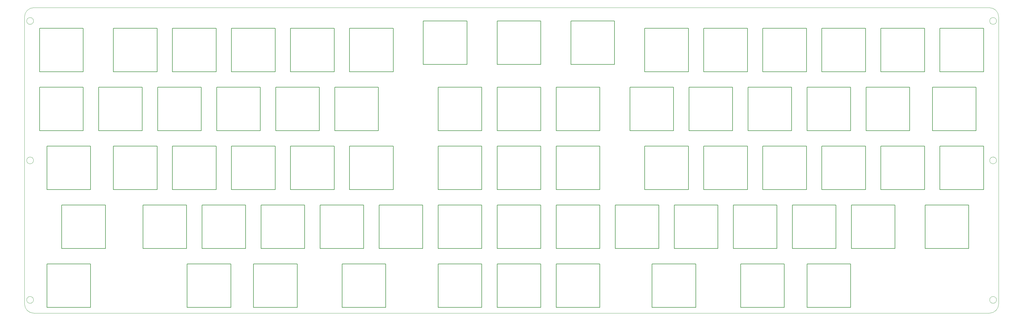
<source format=gbr>
G04 #@! TF.GenerationSoftware,KiCad,Pcbnew,(6.0.11-0)*
G04 #@! TF.CreationDate,2023-10-02T19:12:13+09:00*
G04 #@! TF.ProjectId,clavis,636c6176-6973-42e6-9b69-6361645f7063,rev?*
G04 #@! TF.SameCoordinates,Original*
G04 #@! TF.FileFunction,Profile,NP*
%FSLAX46Y46*%
G04 Gerber Fmt 4.6, Leading zero omitted, Abs format (unit mm)*
G04 Created by KiCad (PCBNEW (6.0.11-0)) date 2023-10-02 19:12:13*
%MOMM*%
%LPD*%
G01*
G04 APERTURE LIST*
G04 #@! TA.AperFunction,Profile*
%ADD10C,0.100000*%
G04 #@! TD*
G04 #@! TA.AperFunction,Profile*
%ADD11C,0.150000*%
G04 #@! TD*
G04 #@! TA.AperFunction,Profile*
%ADD12C,0.010000*%
G04 #@! TD*
G04 APERTURE END LIST*
D10*
X17287500Y-116050000D02*
X325637500Y-116050000D01*
X14287500Y-113050000D02*
G75*
G03*
X17287500Y-116050000I3000000J0D01*
G01*
X17287500Y-17250000D02*
G75*
G03*
X14287500Y-20250000I0J-3000000D01*
G01*
X328637500Y-20250000D02*
G75*
G03*
X325637500Y-17250000I-3000000J0D01*
G01*
X325637500Y-17250000D02*
X17287500Y-17250000D01*
X14287500Y-20250000D02*
X14287500Y-113050000D01*
X328637500Y-113050000D02*
X328637500Y-20250000D01*
X325637500Y-116050000D02*
G75*
G03*
X328637500Y-113050000I0J3000000D01*
G01*
D11*
X42956250Y-76106250D02*
X42956250Y-62006250D01*
X42956250Y-62006250D02*
X57056250Y-62006250D01*
X57056250Y-62006250D02*
X57056250Y-76106250D01*
X57056250Y-76106250D02*
X42956250Y-76106250D01*
X76106250Y-23906250D02*
X76106250Y-38006250D01*
X62006250Y-38006250D02*
X62006250Y-23906250D01*
X76106250Y-38006250D02*
X62006250Y-38006250D01*
X62006250Y-23906250D02*
X76106250Y-23906250D01*
X21525000Y-62006250D02*
X35625000Y-62006250D01*
X35625000Y-62006250D02*
X35625000Y-76106250D01*
X35625000Y-76106250D02*
X21525000Y-76106250D01*
X21525000Y-76106250D02*
X21525000Y-62006250D01*
X19143750Y-57056250D02*
X19143750Y-42956250D01*
X19143750Y-42956250D02*
X33243750Y-42956250D01*
X33243750Y-42956250D02*
X33243750Y-57056250D01*
X33243750Y-57056250D02*
X19143750Y-57056250D01*
X26287500Y-81056250D02*
X40387500Y-81056250D01*
X26287500Y-95156250D02*
X26287500Y-81056250D01*
X40387500Y-95156250D02*
X26287500Y-95156250D01*
X40387500Y-81056250D02*
X40387500Y-95156250D01*
X80868750Y-114206250D02*
X66768750Y-114206250D01*
X80868750Y-100106250D02*
X80868750Y-114206250D01*
X66768750Y-100106250D02*
X80868750Y-100106250D01*
X66768750Y-114206250D02*
X66768750Y-100106250D01*
X52481250Y-81056250D02*
X66581250Y-81056250D01*
X66581250Y-81056250D02*
X66581250Y-95156250D01*
X66581250Y-95156250D02*
X52481250Y-95156250D01*
X52481250Y-95156250D02*
X52481250Y-81056250D01*
X71343750Y-42956250D02*
X71343750Y-57056250D01*
X57243750Y-42956250D02*
X71343750Y-42956250D01*
X57243750Y-57056250D02*
X57243750Y-42956250D01*
X71343750Y-57056250D02*
X57243750Y-57056250D01*
X81056250Y-38006250D02*
X81056250Y-23906250D01*
X95156250Y-38006250D02*
X81056250Y-38006250D01*
X95156250Y-23906250D02*
X95156250Y-38006250D01*
X81056250Y-23906250D02*
X95156250Y-23906250D01*
X76106250Y-76106250D02*
X62006250Y-76106250D01*
X76106250Y-62006250D02*
X76106250Y-76106250D01*
X62006250Y-76106250D02*
X62006250Y-62006250D01*
X62006250Y-62006250D02*
X76106250Y-62006250D01*
X71531250Y-81056250D02*
X85631250Y-81056250D01*
X85631250Y-81056250D02*
X85631250Y-95156250D01*
X85631250Y-95156250D02*
X71531250Y-95156250D01*
X71531250Y-95156250D02*
X71531250Y-81056250D01*
X90393750Y-42956250D02*
X90393750Y-57056250D01*
X76293750Y-42956250D02*
X90393750Y-42956250D01*
X76293750Y-57056250D02*
X76293750Y-42956250D01*
X90393750Y-57056250D02*
X76293750Y-57056250D01*
X90581250Y-95156250D02*
X90581250Y-81056250D01*
X104681250Y-95156250D02*
X90581250Y-95156250D01*
X104681250Y-81056250D02*
X104681250Y-95156250D01*
X90581250Y-81056250D02*
X104681250Y-81056250D01*
X114206250Y-38006250D02*
X100106250Y-38006250D01*
X100106250Y-23906250D02*
X114206250Y-23906250D01*
X114206250Y-23906250D02*
X114206250Y-38006250D01*
X100106250Y-38006250D02*
X100106250Y-23906250D01*
X95156250Y-62006250D02*
X95156250Y-76106250D01*
X95156250Y-76106250D02*
X81056250Y-76106250D01*
X81056250Y-76106250D02*
X81056250Y-62006250D01*
X81056250Y-62006250D02*
X95156250Y-62006250D01*
X109443750Y-42956250D02*
X109443750Y-57056250D01*
X109443750Y-57056250D02*
X95343750Y-57056250D01*
X95343750Y-57056250D02*
X95343750Y-42956250D01*
X95343750Y-42956250D02*
X109443750Y-42956250D01*
X119156250Y-38006250D02*
X119156250Y-23906250D01*
X133256250Y-23906250D02*
X133256250Y-38006250D01*
X119156250Y-23906250D02*
X133256250Y-23906250D01*
X133256250Y-38006250D02*
X119156250Y-38006250D01*
X161831250Y-95156250D02*
X147731250Y-95156250D01*
X147731250Y-81056250D02*
X161831250Y-81056250D01*
X147731250Y-95156250D02*
X147731250Y-81056250D01*
X161831250Y-81056250D02*
X161831250Y-95156250D01*
X114206250Y-76106250D02*
X100106250Y-76106250D01*
X100106250Y-62006250D02*
X114206250Y-62006250D01*
X100106250Y-76106250D02*
X100106250Y-62006250D01*
X114206250Y-62006250D02*
X114206250Y-76106250D01*
X114393750Y-42956250D02*
X128493750Y-42956250D01*
X128493750Y-57056250D02*
X114393750Y-57056250D01*
X128493750Y-42956250D02*
X128493750Y-57056250D01*
X114393750Y-57056250D02*
X114393750Y-42956250D01*
X142781250Y-81056250D02*
X142781250Y-95156250D01*
X128681250Y-81056250D02*
X142781250Y-81056250D01*
X142781250Y-95156250D02*
X128681250Y-95156250D01*
X128681250Y-95156250D02*
X128681250Y-81056250D01*
X161831250Y-57056250D02*
X147731250Y-57056250D01*
X147731250Y-42956250D02*
X161831250Y-42956250D01*
X147731250Y-57056250D02*
X147731250Y-42956250D01*
X161831250Y-42956250D02*
X161831250Y-57056250D01*
X161831250Y-62006250D02*
X161831250Y-76106250D01*
X147731250Y-62006250D02*
X161831250Y-62006250D01*
X147731250Y-76106250D02*
X147731250Y-62006250D01*
X161831250Y-76106250D02*
X147731250Y-76106250D01*
X109631250Y-81056250D02*
X123731250Y-81056250D01*
X109631250Y-95156250D02*
X109631250Y-81056250D01*
X123731250Y-95156250D02*
X109631250Y-95156250D01*
X123731250Y-81056250D02*
X123731250Y-95156250D01*
X133256250Y-76106250D02*
X119156250Y-76106250D01*
X119156250Y-76106250D02*
X119156250Y-62006250D01*
X119156250Y-62006250D02*
X133256250Y-62006250D01*
X133256250Y-62006250D02*
X133256250Y-76106250D01*
X185831250Y-62006250D02*
X199931250Y-62006250D01*
X199931250Y-62006250D02*
X199931250Y-76106250D01*
X199931250Y-76106250D02*
X185831250Y-76106250D01*
X185831250Y-76106250D02*
X185831250Y-62006250D01*
X180881250Y-81056250D02*
X180881250Y-95156250D01*
X166781250Y-95156250D02*
X166781250Y-81056250D01*
X180881250Y-95156250D02*
X166781250Y-95156250D01*
X166781250Y-81056250D02*
X180881250Y-81056250D01*
X233456250Y-38006250D02*
X233456250Y-23906250D01*
X233456250Y-23906250D02*
X247556250Y-23906250D01*
X247556250Y-23906250D02*
X247556250Y-38006250D01*
X247556250Y-38006250D02*
X233456250Y-38006250D01*
X252506250Y-76106250D02*
X252506250Y-62006250D01*
X252506250Y-62006250D02*
X266606250Y-62006250D01*
X266606250Y-76106250D02*
X252506250Y-76106250D01*
X266606250Y-62006250D02*
X266606250Y-76106250D01*
X180881250Y-62006250D02*
X180881250Y-76106250D01*
X180881250Y-76106250D02*
X166781250Y-76106250D01*
X166781250Y-76106250D02*
X166781250Y-62006250D01*
X166781250Y-62006250D02*
X180881250Y-62006250D01*
X271556250Y-23906250D02*
X285656250Y-23906250D01*
X271556250Y-38006250D02*
X271556250Y-23906250D01*
X285656250Y-23906250D02*
X285656250Y-38006250D01*
X285656250Y-38006250D02*
X271556250Y-38006250D01*
X199931250Y-95156250D02*
X185831250Y-95156250D01*
X185831250Y-95156250D02*
X185831250Y-81056250D01*
X199931250Y-81056250D02*
X199931250Y-95156250D01*
X185831250Y-81056250D02*
X199931250Y-81056250D01*
X166781250Y-42956250D02*
X180881250Y-42956250D01*
X166781250Y-57056250D02*
X166781250Y-42956250D01*
X180881250Y-42956250D02*
X180881250Y-57056250D01*
X180881250Y-57056250D02*
X166781250Y-57056250D01*
X262031250Y-81056250D02*
X276131250Y-81056250D01*
X276131250Y-95156250D02*
X262031250Y-95156250D01*
X262031250Y-95156250D02*
X262031250Y-81056250D01*
X276131250Y-81056250D02*
X276131250Y-95156250D01*
X185831250Y-42956250D02*
X199931250Y-42956250D01*
X199931250Y-57056250D02*
X185831250Y-57056250D01*
X185831250Y-57056250D02*
X185831250Y-42956250D01*
X199931250Y-42956250D02*
X199931250Y-57056250D01*
X304893750Y-81056250D02*
X318993750Y-81056250D01*
X304893750Y-95156250D02*
X304893750Y-81056250D01*
X318993750Y-81056250D02*
X318993750Y-95156250D01*
X318993750Y-95156250D02*
X304893750Y-95156250D01*
X280893750Y-42956250D02*
X280893750Y-57056250D01*
X280893750Y-57056250D02*
X266793750Y-57056250D01*
X266793750Y-57056250D02*
X266793750Y-42956250D01*
X266793750Y-42956250D02*
X280893750Y-42956250D01*
X290606250Y-23906250D02*
X304706250Y-23906250D01*
X290606250Y-38006250D02*
X290606250Y-23906250D01*
X304706250Y-23906250D02*
X304706250Y-38006250D01*
X304706250Y-38006250D02*
X290606250Y-38006250D01*
X271556250Y-62006250D02*
X285656250Y-62006250D01*
X271556250Y-76106250D02*
X271556250Y-62006250D01*
X285656250Y-76106250D02*
X271556250Y-76106250D01*
X285656250Y-62006250D02*
X285656250Y-76106250D01*
X295181250Y-95156250D02*
X281081250Y-95156250D01*
X281081250Y-81056250D02*
X295181250Y-81056250D01*
X281081250Y-95156250D02*
X281081250Y-81056250D01*
X295181250Y-81056250D02*
X295181250Y-95156250D01*
X309656250Y-76106250D02*
X309656250Y-62006250D01*
X309656250Y-62006250D02*
X323756250Y-62006250D01*
X323756250Y-62006250D02*
X323756250Y-76106250D01*
X323756250Y-76106250D02*
X309656250Y-76106250D01*
X304706250Y-76106250D02*
X290606250Y-76106250D01*
X290606250Y-62006250D02*
X304706250Y-62006250D01*
X304706250Y-62006250D02*
X304706250Y-76106250D01*
X290606250Y-76106250D02*
X290606250Y-62006250D01*
X299943750Y-57056250D02*
X285843750Y-57056250D01*
X285843750Y-57056250D02*
X285843750Y-42956250D01*
X285843750Y-42956250D02*
X299943750Y-42956250D01*
X299943750Y-42956250D02*
X299943750Y-57056250D01*
X247743750Y-42956250D02*
X261843750Y-42956250D01*
X261843750Y-57056250D02*
X247743750Y-57056250D01*
X247743750Y-57056250D02*
X247743750Y-42956250D01*
X261843750Y-42956250D02*
X261843750Y-57056250D01*
X218981250Y-95156250D02*
X204881250Y-95156250D01*
X218981250Y-81056250D02*
X218981250Y-95156250D01*
X204881250Y-95156250D02*
X204881250Y-81056250D01*
X204881250Y-81056250D02*
X218981250Y-81056250D01*
X307275000Y-57056250D02*
X307275000Y-42956250D01*
X307275000Y-42956250D02*
X321375000Y-42956250D01*
X321375000Y-57056250D02*
X307275000Y-57056250D01*
X321375000Y-42956250D02*
X321375000Y-57056250D01*
X161831250Y-100106250D02*
X161831250Y-114206250D01*
X147731250Y-100106250D02*
X161831250Y-100106250D01*
X161831250Y-114206250D02*
X147731250Y-114206250D01*
X147731250Y-114206250D02*
X147731250Y-100106250D01*
X180881250Y-114206250D02*
X166781250Y-114206250D01*
X166781250Y-114206250D02*
X166781250Y-100106250D01*
X166781250Y-100106250D02*
X180881250Y-100106250D01*
X180881250Y-100106250D02*
X180881250Y-114206250D01*
X199931250Y-114206250D02*
X185831250Y-114206250D01*
X185831250Y-114206250D02*
X185831250Y-100106250D01*
X185831250Y-100106250D02*
X199931250Y-100106250D01*
X199931250Y-100106250D02*
X199931250Y-114206250D01*
D12*
X17187500Y-21550000D02*
G75*
G03*
X17187500Y-21550000I-1100000J0D01*
G01*
D11*
X33243750Y-23906250D02*
X33243750Y-38006250D01*
X19143750Y-38006250D02*
X19143750Y-23906250D01*
X19143750Y-23906250D02*
X33243750Y-23906250D01*
X33243750Y-38006250D02*
X19143750Y-38006250D01*
X266606250Y-38006250D02*
X252506250Y-38006250D01*
X252506250Y-23906250D02*
X266606250Y-23906250D01*
X266606250Y-23906250D02*
X266606250Y-38006250D01*
X252506250Y-38006250D02*
X252506250Y-23906250D01*
D12*
X17187500Y-66650000D02*
G75*
G03*
X17187500Y-66650000I-1100000J0D01*
G01*
D11*
X257081250Y-81056250D02*
X257081250Y-95156250D01*
X242981250Y-95156250D02*
X242981250Y-81056250D01*
X242981250Y-81056250D02*
X257081250Y-81056250D01*
X257081250Y-95156250D02*
X242981250Y-95156250D01*
X223931250Y-95156250D02*
X223931250Y-81056250D01*
X238031250Y-95156250D02*
X223931250Y-95156250D01*
X238031250Y-81056250D02*
X238031250Y-95156250D01*
X223931250Y-81056250D02*
X238031250Y-81056250D01*
X204693750Y-35625000D02*
X190593750Y-35625000D01*
X190593750Y-35625000D02*
X190593750Y-21525000D01*
X190593750Y-21525000D02*
X204693750Y-21525000D01*
X204693750Y-21525000D02*
X204693750Y-35625000D01*
X42956250Y-38006250D02*
X42956250Y-23906250D01*
X57056250Y-23906250D02*
X57056250Y-38006250D01*
X42956250Y-23906250D02*
X57056250Y-23906250D01*
X57056250Y-38006250D02*
X42956250Y-38006250D01*
X157068750Y-35625000D02*
X142968750Y-35625000D01*
X142968750Y-35625000D02*
X142968750Y-21525000D01*
X157068750Y-21525000D02*
X157068750Y-35625000D01*
X142968750Y-21525000D02*
X157068750Y-21525000D01*
D12*
X327937500Y-66650000D02*
G75*
G03*
X327937500Y-66650000I-1100000J0D01*
G01*
D11*
X280893750Y-114206250D02*
X266793750Y-114206250D01*
X280893750Y-100106250D02*
X280893750Y-114206250D01*
X266793750Y-100106250D02*
X280893750Y-100106250D01*
X266793750Y-114206250D02*
X266793750Y-100106250D01*
X214406250Y-38006250D02*
X214406250Y-23906250D01*
X228506250Y-23906250D02*
X228506250Y-38006250D01*
X228506250Y-38006250D02*
X214406250Y-38006250D01*
X214406250Y-23906250D02*
X228506250Y-23906250D01*
X309656250Y-23906250D02*
X323756250Y-23906250D01*
X309656250Y-38006250D02*
X309656250Y-23906250D01*
X323756250Y-38006250D02*
X309656250Y-38006250D01*
X323756250Y-23906250D02*
X323756250Y-38006250D01*
X216787500Y-114206250D02*
X216787500Y-100106250D01*
X230887500Y-100106250D02*
X230887500Y-114206250D01*
X230887500Y-114206250D02*
X216787500Y-114206250D01*
X216787500Y-100106250D02*
X230887500Y-100106250D01*
X247556250Y-62006250D02*
X247556250Y-76106250D01*
X233456250Y-62006250D02*
X247556250Y-62006250D01*
X233456250Y-76106250D02*
X233456250Y-62006250D01*
X247556250Y-76106250D02*
X233456250Y-76106250D01*
X209643750Y-57056250D02*
X209643750Y-42956250D01*
X223743750Y-42956250D02*
X223743750Y-57056250D01*
X223743750Y-57056250D02*
X209643750Y-57056250D01*
X209643750Y-42956250D02*
X223743750Y-42956250D01*
X245362500Y-114206250D02*
X245362500Y-100106250D01*
X259462500Y-114206250D02*
X245362500Y-114206250D01*
X259462500Y-100106250D02*
X259462500Y-114206250D01*
X245362500Y-100106250D02*
X259462500Y-100106250D01*
D12*
X17187500Y-111750000D02*
G75*
G03*
X17187500Y-111750000I-1100000J0D01*
G01*
D11*
X52293750Y-57056250D02*
X38193750Y-57056250D01*
X38193750Y-42956250D02*
X52293750Y-42956250D01*
X52293750Y-42956250D02*
X52293750Y-57056250D01*
X38193750Y-57056250D02*
X38193750Y-42956250D01*
X214406250Y-62006250D02*
X228506250Y-62006250D01*
X228506250Y-76106250D02*
X214406250Y-76106250D01*
X214406250Y-76106250D02*
X214406250Y-62006250D01*
X228506250Y-62006250D02*
X228506250Y-76106250D01*
X242793750Y-42956250D02*
X242793750Y-57056250D01*
X242793750Y-57056250D02*
X228693750Y-57056250D01*
X228693750Y-57056250D02*
X228693750Y-42956250D01*
X228693750Y-42956250D02*
X242793750Y-42956250D01*
X130875000Y-100106250D02*
X130875000Y-114206250D01*
X116775000Y-114206250D02*
X116775000Y-100106250D01*
X130875000Y-114206250D02*
X116775000Y-114206250D01*
X116775000Y-100106250D02*
X130875000Y-100106250D01*
X102300000Y-100106250D02*
X102300000Y-114206250D01*
X102300000Y-114206250D02*
X88200000Y-114206250D01*
X88200000Y-114206250D02*
X88200000Y-100106250D01*
X88200000Y-100106250D02*
X102300000Y-100106250D01*
X35625000Y-100106250D02*
X35625000Y-114206250D01*
X21525000Y-100106250D02*
X35625000Y-100106250D01*
X21525000Y-114206250D02*
X21525000Y-100106250D01*
X35625000Y-114206250D02*
X21525000Y-114206250D01*
X180881250Y-35625000D02*
X166781250Y-35625000D01*
X180881250Y-21525000D02*
X180881250Y-35625000D01*
X166781250Y-35625000D02*
X166781250Y-21525000D01*
X166781250Y-21525000D02*
X180881250Y-21525000D01*
D12*
X327937500Y-21550000D02*
G75*
G03*
X327937500Y-21550000I-1100000J0D01*
G01*
X327937500Y-111750000D02*
G75*
G03*
X327937500Y-111750000I-1100000J0D01*
G01*
M02*

</source>
